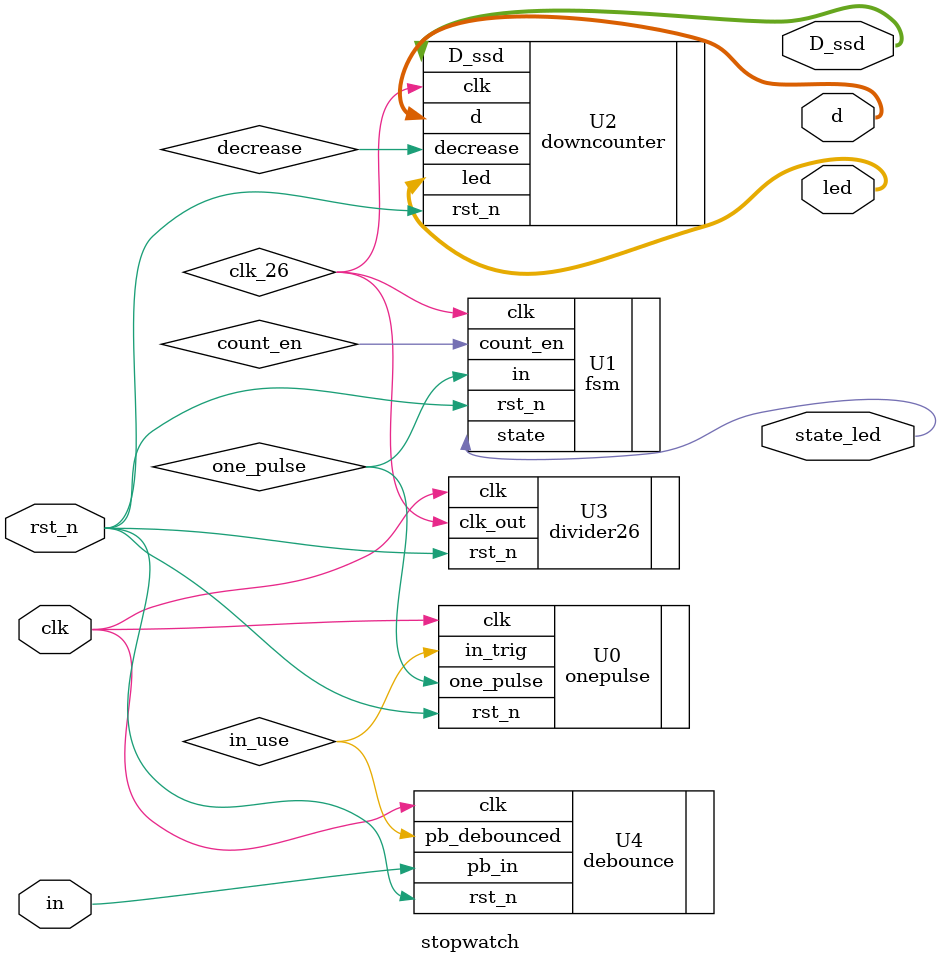
<source format=v>
`timescale 1ns / 1ps


module stopwatch(
    input in,
    input rst_n,
    input clk,
    output wire [7:0]D_ssd,
    output wire [3:0]d,
    output reg [14:0]led,
    output state_led
    );
    wire count_en;
    wire one_pulse;
    reg clk_26;
    wire in_use;
   
debounce U4(
    .clk(clk),
    .rst_n(rst_n),
    .pb_in(in),
    .pb_debounced(in_use)
        );
        
divider26 U3(
   .clk(clk),
   .rst_n(rst_n),
   .clk_out(clk_26)
        );
        
onepulse U0(
    .in_trig(in_use),
    .clk(clk),
    .rst_n(rst_n),
    .one_pulse(one_pulse)
     );
     
fsm U1(
    .clk(clk_26),
    .rst_n(rst_n),
    .in(one_pulse),
    .count_en(count_en),
    .state(state_led)
    );
 
downcounter U2(
    .clk(clk_26),
    .rst_n(rst_n),
    .decrease(decrease),
    .D_ssd(D_ssd),
    .d(d),
    .led(led)
        );
  
endmodule

</source>
